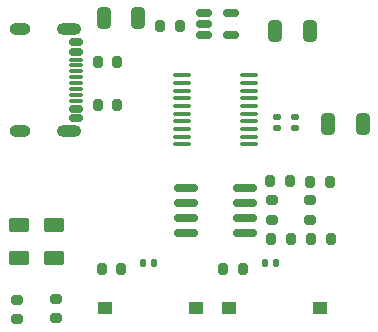
<source format=gbr>
%TF.GenerationSoftware,KiCad,Pcbnew,9.0.0*%
%TF.CreationDate,2025-03-09T00:38:03-06:00*%
%TF.ProjectId,Protyping board,50726f74-7970-4696-9e67-20626f617264,rev?*%
%TF.SameCoordinates,Original*%
%TF.FileFunction,Paste,Top*%
%TF.FilePolarity,Positive*%
%FSLAX46Y46*%
G04 Gerber Fmt 4.6, Leading zero omitted, Abs format (unit mm)*
G04 Created by KiCad (PCBNEW 9.0.0) date 2025-03-09 00:38:03*
%MOMM*%
%LPD*%
G01*
G04 APERTURE LIST*
G04 Aperture macros list*
%AMRoundRect*
0 Rectangle with rounded corners*
0 $1 Rounding radius*
0 $2 $3 $4 $5 $6 $7 $8 $9 X,Y pos of 4 corners*
0 Add a 4 corners polygon primitive as box body*
4,1,4,$2,$3,$4,$5,$6,$7,$8,$9,$2,$3,0*
0 Add four circle primitives for the rounded corners*
1,1,$1+$1,$2,$3*
1,1,$1+$1,$4,$5*
1,1,$1+$1,$6,$7*
1,1,$1+$1,$8,$9*
0 Add four rect primitives between the rounded corners*
20,1,$1+$1,$2,$3,$4,$5,0*
20,1,$1+$1,$4,$5,$6,$7,0*
20,1,$1+$1,$6,$7,$8,$9,0*
20,1,$1+$1,$8,$9,$2,$3,0*%
G04 Aperture macros list end*
%ADD10RoundRect,0.250000X-0.325000X-0.650000X0.325000X-0.650000X0.325000X0.650000X-0.325000X0.650000X0*%
%ADD11R,1.250000X1.000000*%
%ADD12RoundRect,0.200000X0.200000X0.275000X-0.200000X0.275000X-0.200000X-0.275000X0.200000X-0.275000X0*%
%ADD13RoundRect,0.100000X-0.637500X-0.100000X0.637500X-0.100000X0.637500X0.100000X-0.637500X0.100000X0*%
%ADD14RoundRect,0.150000X-0.425000X0.150000X-0.425000X-0.150000X0.425000X-0.150000X0.425000X0.150000X0*%
%ADD15RoundRect,0.075000X-0.500000X0.075000X-0.500000X-0.075000X0.500000X-0.075000X0.500000X0.075000X0*%
%ADD16O,2.100000X1.000000*%
%ADD17O,1.800000X1.000000*%
%ADD18RoundRect,0.250000X0.625000X-0.375000X0.625000X0.375000X-0.625000X0.375000X-0.625000X-0.375000X0*%
%ADD19RoundRect,0.200000X-0.200000X-0.275000X0.200000X-0.275000X0.200000X0.275000X-0.200000X0.275000X0*%
%ADD20RoundRect,0.140000X-0.140000X-0.170000X0.140000X-0.170000X0.140000X0.170000X-0.140000X0.170000X0*%
%ADD21RoundRect,0.200000X-0.275000X0.200000X-0.275000X-0.200000X0.275000X-0.200000X0.275000X0.200000X0*%
%ADD22RoundRect,0.140000X-0.170000X0.140000X-0.170000X-0.140000X0.170000X-0.140000X0.170000X0.140000X0*%
%ADD23RoundRect,0.150000X-0.825000X-0.150000X0.825000X-0.150000X0.825000X0.150000X-0.825000X0.150000X0*%
%ADD24RoundRect,0.150000X-0.512500X-0.150000X0.512500X-0.150000X0.512500X0.150000X-0.512500X0.150000X0*%
G04 APERTURE END LIST*
D10*
%TO.C,C4*%
X70975000Y-125250000D03*
X68025000Y-125250000D03*
%TD*%
%TO.C,C5*%
X85475000Y-126300000D03*
X82525000Y-126300000D03*
%TD*%
%TO.C,C3*%
X89975000Y-134250000D03*
X87025000Y-134250000D03*
%TD*%
D11*
%TO.C,SW2*%
X68125000Y-149750000D03*
X75875000Y-149750000D03*
%TD*%
D12*
%TO.C,R13*%
X79825000Y-146500000D03*
X78175000Y-146500000D03*
%TD*%
%TO.C,R3*%
X87175000Y-139100000D03*
X85525000Y-139100000D03*
%TD*%
D13*
%TO.C,U3*%
X74637500Y-130075000D03*
X74637500Y-130725000D03*
X74637500Y-131375000D03*
X74637500Y-132025000D03*
X74637500Y-132675000D03*
X74637500Y-133325000D03*
X74637500Y-133975000D03*
X74637500Y-134625000D03*
X74637500Y-135275000D03*
X74637500Y-135925000D03*
X80362500Y-135925000D03*
X80362500Y-135275000D03*
X80362500Y-134625000D03*
X80362500Y-133975000D03*
X80362500Y-133325000D03*
X80362500Y-132675000D03*
X80362500Y-132025000D03*
X80362500Y-131375000D03*
X80362500Y-130725000D03*
X80362500Y-130075000D03*
%TD*%
D14*
%TO.C,J2*%
X65680000Y-127300000D03*
X65680000Y-128100000D03*
D15*
X65680000Y-129250000D03*
X65680000Y-130250000D03*
X65680000Y-130750000D03*
X65680000Y-131750000D03*
D14*
X65680000Y-132900000D03*
X65680000Y-133700000D03*
X65680000Y-133700000D03*
X65680000Y-132900000D03*
D15*
X65680000Y-132250000D03*
X65680000Y-131250000D03*
X65680000Y-129750000D03*
X65680000Y-128750000D03*
D14*
X65680000Y-128100000D03*
X65680000Y-127300000D03*
D16*
X65105000Y-126180000D03*
D17*
X60925000Y-126180000D03*
D16*
X65105000Y-134820000D03*
D17*
X60925000Y-134820000D03*
%TD*%
D18*
%TO.C,D1*%
X60900000Y-145525000D03*
X60900000Y-142725000D03*
%TD*%
D12*
%TO.C,R7*%
X83875000Y-143950000D03*
X82225000Y-143950000D03*
%TD*%
D19*
%TO.C,R6*%
X85625000Y-143950000D03*
X87275000Y-143950000D03*
%TD*%
D18*
%TO.C,D2*%
X63850000Y-145525000D03*
X63850000Y-142725000D03*
%TD*%
D11*
%TO.C,SW1*%
X78625000Y-149750000D03*
X86375000Y-149750000D03*
%TD*%
D12*
%TO.C,R2*%
X83775000Y-139000000D03*
X82125000Y-139000000D03*
%TD*%
D20*
%TO.C,C7*%
X81700000Y-146000000D03*
X82660000Y-146000000D03*
%TD*%
D21*
%TO.C,R8*%
X60700000Y-149100000D03*
X60700000Y-150750000D03*
%TD*%
D19*
%TO.C,R11*%
X67525000Y-132600000D03*
X69175000Y-132600000D03*
%TD*%
D21*
%TO.C,R5*%
X82250000Y-140675000D03*
X82250000Y-142325000D03*
%TD*%
D20*
%TO.C,C6*%
X71340000Y-146000000D03*
X72300000Y-146000000D03*
%TD*%
D22*
%TO.C,C1*%
X82750000Y-133590000D03*
X82750000Y-134550000D03*
%TD*%
D19*
%TO.C,R10*%
X67525000Y-129000000D03*
X69175000Y-129000000D03*
%TD*%
%TO.C,R1*%
X72825000Y-125950000D03*
X74475000Y-125950000D03*
%TD*%
D12*
%TO.C,R12*%
X69505000Y-146500000D03*
X67855000Y-146500000D03*
%TD*%
D23*
%TO.C,U2*%
X75025000Y-139595000D03*
X75025000Y-140865000D03*
X75025000Y-142135000D03*
X75025000Y-143405000D03*
X79975000Y-143405000D03*
X79975000Y-142135000D03*
X79975000Y-140865000D03*
X79975000Y-139595000D03*
%TD*%
D22*
%TO.C,C2*%
X84250000Y-133620000D03*
X84250000Y-134580000D03*
%TD*%
D21*
%TO.C,R9*%
X64000000Y-149000000D03*
X64000000Y-150650000D03*
%TD*%
D24*
%TO.C,U1*%
X76562500Y-124787500D03*
X76562500Y-125737500D03*
X76562500Y-126687500D03*
X78837500Y-126687500D03*
X78837500Y-124787500D03*
%TD*%
D21*
%TO.C,R4*%
X85550000Y-140675000D03*
X85550000Y-142325000D03*
%TD*%
M02*

</source>
